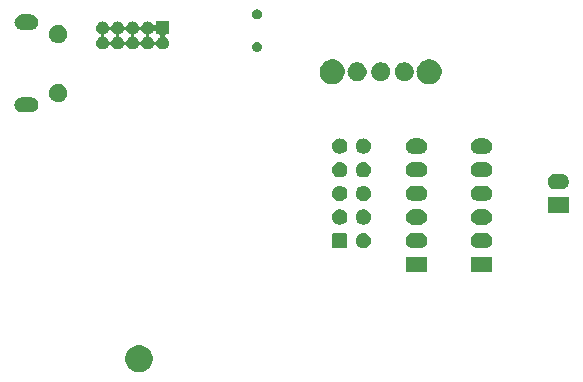
<source format=gbr>
G04 #@! TF.GenerationSoftware,KiCad,Pcbnew,5.1.6-c6e7f7d~86~ubuntu18.04.1*
G04 #@! TF.CreationDate,2020-06-02T09:04:51-04:00*
G04 #@! TF.ProjectId,E73 SCR v2,45373320-5343-4522-9076-322e6b696361,rev?*
G04 #@! TF.SameCoordinates,Original*
G04 #@! TF.FileFunction,Soldermask,Bot*
G04 #@! TF.FilePolarity,Negative*
%FSLAX46Y46*%
G04 Gerber Fmt 4.6, Leading zero omitted, Abs format (unit mm)*
G04 Created by KiCad (PCBNEW 5.1.6-c6e7f7d~86~ubuntu18.04.1) date 2020-06-02 09:04:51*
%MOMM*%
%LPD*%
G01*
G04 APERTURE LIST*
%ADD10C,0.100000*%
G04 APERTURE END LIST*
D10*
G36*
X61224549Y-119371116D02*
G01*
X61335734Y-119393232D01*
X61545203Y-119479997D01*
X61733720Y-119605960D01*
X61894040Y-119766280D01*
X62020003Y-119954797D01*
X62106768Y-120164266D01*
X62151000Y-120386636D01*
X62151000Y-120613364D01*
X62106768Y-120835734D01*
X62020003Y-121045203D01*
X61894040Y-121233720D01*
X61733720Y-121394040D01*
X61545203Y-121520003D01*
X61335734Y-121606768D01*
X61224549Y-121628884D01*
X61113365Y-121651000D01*
X60886635Y-121651000D01*
X60775451Y-121628884D01*
X60664266Y-121606768D01*
X60454797Y-121520003D01*
X60266280Y-121394040D01*
X60105960Y-121233720D01*
X59979997Y-121045203D01*
X59893232Y-120835734D01*
X59849000Y-120613364D01*
X59849000Y-120386636D01*
X59893232Y-120164266D01*
X59979997Y-119954797D01*
X60105960Y-119766280D01*
X60266280Y-119605960D01*
X60454797Y-119479997D01*
X60664266Y-119393232D01*
X60775451Y-119371116D01*
X60886635Y-119349000D01*
X61113365Y-119349000D01*
X61224549Y-119371116D01*
G37*
G36*
X90901000Y-113151000D02*
G01*
X89099000Y-113151000D01*
X89099000Y-111849000D01*
X90901000Y-111849000D01*
X90901000Y-113151000D01*
G37*
G36*
X85401000Y-113151000D02*
G01*
X83599000Y-113151000D01*
X83599000Y-111849000D01*
X85401000Y-111849000D01*
X85401000Y-113151000D01*
G37*
G36*
X84813855Y-109852140D02*
G01*
X84877618Y-109858420D01*
X84958400Y-109882925D01*
X85000336Y-109895646D01*
X85113425Y-109956094D01*
X85212554Y-110037446D01*
X85293906Y-110136575D01*
X85354354Y-110249664D01*
X85354355Y-110249668D01*
X85391580Y-110372382D01*
X85404149Y-110500000D01*
X85391580Y-110627618D01*
X85372690Y-110689890D01*
X85354354Y-110750336D01*
X85293906Y-110863425D01*
X85212554Y-110962554D01*
X85113425Y-111043906D01*
X85000336Y-111104354D01*
X84968404Y-111114040D01*
X84877618Y-111141580D01*
X84813855Y-111147860D01*
X84781974Y-111151000D01*
X84218026Y-111151000D01*
X84186145Y-111147860D01*
X84122382Y-111141580D01*
X84031596Y-111114040D01*
X83999664Y-111104354D01*
X83886575Y-111043906D01*
X83787446Y-110962554D01*
X83706094Y-110863425D01*
X83645646Y-110750336D01*
X83627310Y-110689890D01*
X83608420Y-110627618D01*
X83595851Y-110500000D01*
X83608420Y-110372382D01*
X83645645Y-110249668D01*
X83645646Y-110249664D01*
X83706094Y-110136575D01*
X83787446Y-110037446D01*
X83886575Y-109956094D01*
X83999664Y-109895646D01*
X84041600Y-109882925D01*
X84122382Y-109858420D01*
X84186145Y-109852140D01*
X84218026Y-109849000D01*
X84781974Y-109849000D01*
X84813855Y-109852140D01*
G37*
G36*
X78491242Y-109853404D02*
G01*
X78528337Y-109864657D01*
X78562515Y-109882925D01*
X78592481Y-109907519D01*
X78617075Y-109937485D01*
X78635343Y-109971663D01*
X78646596Y-110008758D01*
X78651000Y-110053474D01*
X78651000Y-110946526D01*
X78646596Y-110991242D01*
X78635343Y-111028337D01*
X78617075Y-111062515D01*
X78592481Y-111092481D01*
X78562515Y-111117075D01*
X78528337Y-111135343D01*
X78491242Y-111146596D01*
X78446526Y-111151000D01*
X77553474Y-111151000D01*
X77508758Y-111146596D01*
X77471663Y-111135343D01*
X77437485Y-111117075D01*
X77407519Y-111092481D01*
X77382925Y-111062515D01*
X77364657Y-111028337D01*
X77353404Y-110991242D01*
X77349000Y-110946526D01*
X77349000Y-110053474D01*
X77353404Y-110008758D01*
X77364657Y-109971663D01*
X77382925Y-109937485D01*
X77407519Y-109907519D01*
X77437485Y-109882925D01*
X77471663Y-109864657D01*
X77508758Y-109853404D01*
X77553474Y-109849000D01*
X78446526Y-109849000D01*
X78491242Y-109853404D01*
G37*
G36*
X80189890Y-109874017D02*
G01*
X80270771Y-109907519D01*
X80308364Y-109923091D01*
X80414988Y-109994335D01*
X80505665Y-110085012D01*
X80576909Y-110191636D01*
X80625983Y-110310110D01*
X80651000Y-110435882D01*
X80651000Y-110564118D01*
X80625983Y-110689890D01*
X80576909Y-110808364D01*
X80505665Y-110914988D01*
X80414988Y-111005665D01*
X80308364Y-111076909D01*
X80308363Y-111076910D01*
X80308362Y-111076910D01*
X80189890Y-111125983D01*
X80064119Y-111151000D01*
X79935881Y-111151000D01*
X79810110Y-111125983D01*
X79691638Y-111076910D01*
X79691637Y-111076910D01*
X79691636Y-111076909D01*
X79585012Y-111005665D01*
X79494335Y-110914988D01*
X79423091Y-110808364D01*
X79374017Y-110689890D01*
X79349000Y-110564118D01*
X79349000Y-110435882D01*
X79374017Y-110310110D01*
X79423091Y-110191636D01*
X79494335Y-110085012D01*
X79585012Y-109994335D01*
X79691636Y-109923091D01*
X79729230Y-109907519D01*
X79810110Y-109874017D01*
X79935881Y-109849000D01*
X80064119Y-109849000D01*
X80189890Y-109874017D01*
G37*
G36*
X90313855Y-109852140D02*
G01*
X90377618Y-109858420D01*
X90458400Y-109882925D01*
X90500336Y-109895646D01*
X90613425Y-109956094D01*
X90712554Y-110037446D01*
X90793906Y-110136575D01*
X90854354Y-110249664D01*
X90854355Y-110249668D01*
X90891580Y-110372382D01*
X90904149Y-110500000D01*
X90891580Y-110627618D01*
X90872690Y-110689890D01*
X90854354Y-110750336D01*
X90793906Y-110863425D01*
X90712554Y-110962554D01*
X90613425Y-111043906D01*
X90500336Y-111104354D01*
X90468404Y-111114040D01*
X90377618Y-111141580D01*
X90313855Y-111147860D01*
X90281974Y-111151000D01*
X89718026Y-111151000D01*
X89686145Y-111147860D01*
X89622382Y-111141580D01*
X89531596Y-111114040D01*
X89499664Y-111104354D01*
X89386575Y-111043906D01*
X89287446Y-110962554D01*
X89206094Y-110863425D01*
X89145646Y-110750336D01*
X89127310Y-110689890D01*
X89108420Y-110627618D01*
X89095851Y-110500000D01*
X89108420Y-110372382D01*
X89145645Y-110249668D01*
X89145646Y-110249664D01*
X89206094Y-110136575D01*
X89287446Y-110037446D01*
X89386575Y-109956094D01*
X89499664Y-109895646D01*
X89541600Y-109882925D01*
X89622382Y-109858420D01*
X89686145Y-109852140D01*
X89718026Y-109849000D01*
X90281974Y-109849000D01*
X90313855Y-109852140D01*
G37*
G36*
X90313855Y-107852140D02*
G01*
X90377618Y-107858420D01*
X90468404Y-107885960D01*
X90500336Y-107895646D01*
X90613425Y-107956094D01*
X90712554Y-108037446D01*
X90793906Y-108136575D01*
X90854354Y-108249664D01*
X90854355Y-108249668D01*
X90891580Y-108372382D01*
X90904149Y-108500000D01*
X90891580Y-108627618D01*
X90872690Y-108689890D01*
X90854354Y-108750336D01*
X90793906Y-108863425D01*
X90712554Y-108962554D01*
X90613425Y-109043906D01*
X90500336Y-109104354D01*
X90468404Y-109114040D01*
X90377618Y-109141580D01*
X90313855Y-109147860D01*
X90281974Y-109151000D01*
X89718026Y-109151000D01*
X89686145Y-109147860D01*
X89622382Y-109141580D01*
X89531596Y-109114040D01*
X89499664Y-109104354D01*
X89386575Y-109043906D01*
X89287446Y-108962554D01*
X89206094Y-108863425D01*
X89145646Y-108750336D01*
X89127310Y-108689890D01*
X89108420Y-108627618D01*
X89095851Y-108500000D01*
X89108420Y-108372382D01*
X89145645Y-108249668D01*
X89145646Y-108249664D01*
X89206094Y-108136575D01*
X89287446Y-108037446D01*
X89386575Y-107956094D01*
X89499664Y-107895646D01*
X89531596Y-107885960D01*
X89622382Y-107858420D01*
X89686145Y-107852140D01*
X89718026Y-107849000D01*
X90281974Y-107849000D01*
X90313855Y-107852140D01*
G37*
G36*
X84813855Y-107852140D02*
G01*
X84877618Y-107858420D01*
X84968404Y-107885960D01*
X85000336Y-107895646D01*
X85113425Y-107956094D01*
X85212554Y-108037446D01*
X85293906Y-108136575D01*
X85354354Y-108249664D01*
X85354355Y-108249668D01*
X85391580Y-108372382D01*
X85404149Y-108500000D01*
X85391580Y-108627618D01*
X85372690Y-108689890D01*
X85354354Y-108750336D01*
X85293906Y-108863425D01*
X85212554Y-108962554D01*
X85113425Y-109043906D01*
X85000336Y-109104354D01*
X84968404Y-109114040D01*
X84877618Y-109141580D01*
X84813855Y-109147860D01*
X84781974Y-109151000D01*
X84218026Y-109151000D01*
X84186145Y-109147860D01*
X84122382Y-109141580D01*
X84031596Y-109114040D01*
X83999664Y-109104354D01*
X83886575Y-109043906D01*
X83787446Y-108962554D01*
X83706094Y-108863425D01*
X83645646Y-108750336D01*
X83627310Y-108689890D01*
X83608420Y-108627618D01*
X83595851Y-108500000D01*
X83608420Y-108372382D01*
X83645645Y-108249668D01*
X83645646Y-108249664D01*
X83706094Y-108136575D01*
X83787446Y-108037446D01*
X83886575Y-107956094D01*
X83999664Y-107895646D01*
X84031596Y-107885960D01*
X84122382Y-107858420D01*
X84186145Y-107852140D01*
X84218026Y-107849000D01*
X84781974Y-107849000D01*
X84813855Y-107852140D01*
G37*
G36*
X78111477Y-107858420D02*
G01*
X78189890Y-107874017D01*
X78308364Y-107923091D01*
X78414988Y-107994335D01*
X78505665Y-108085012D01*
X78576909Y-108191636D01*
X78625983Y-108310110D01*
X78651000Y-108435882D01*
X78651000Y-108564118D01*
X78625983Y-108689890D01*
X78576909Y-108808364D01*
X78505665Y-108914988D01*
X78414988Y-109005665D01*
X78308364Y-109076909D01*
X78308363Y-109076910D01*
X78308362Y-109076910D01*
X78189890Y-109125983D01*
X78064119Y-109151000D01*
X77935881Y-109151000D01*
X77810110Y-109125983D01*
X77691638Y-109076910D01*
X77691637Y-109076910D01*
X77691636Y-109076909D01*
X77585012Y-109005665D01*
X77494335Y-108914988D01*
X77423091Y-108808364D01*
X77374017Y-108689890D01*
X77349000Y-108564118D01*
X77349000Y-108435882D01*
X77374017Y-108310110D01*
X77423091Y-108191636D01*
X77494335Y-108085012D01*
X77585012Y-107994335D01*
X77691636Y-107923091D01*
X77810110Y-107874017D01*
X77888523Y-107858420D01*
X77935881Y-107849000D01*
X78064119Y-107849000D01*
X78111477Y-107858420D01*
G37*
G36*
X80111477Y-107858420D02*
G01*
X80189890Y-107874017D01*
X80308364Y-107923091D01*
X80414988Y-107994335D01*
X80505665Y-108085012D01*
X80576909Y-108191636D01*
X80625983Y-108310110D01*
X80651000Y-108435882D01*
X80651000Y-108564118D01*
X80625983Y-108689890D01*
X80576909Y-108808364D01*
X80505665Y-108914988D01*
X80414988Y-109005665D01*
X80308364Y-109076909D01*
X80308363Y-109076910D01*
X80308362Y-109076910D01*
X80189890Y-109125983D01*
X80064119Y-109151000D01*
X79935881Y-109151000D01*
X79810110Y-109125983D01*
X79691638Y-109076910D01*
X79691637Y-109076910D01*
X79691636Y-109076909D01*
X79585012Y-109005665D01*
X79494335Y-108914988D01*
X79423091Y-108808364D01*
X79374017Y-108689890D01*
X79349000Y-108564118D01*
X79349000Y-108435882D01*
X79374017Y-108310110D01*
X79423091Y-108191636D01*
X79494335Y-108085012D01*
X79585012Y-107994335D01*
X79691636Y-107923091D01*
X79810110Y-107874017D01*
X79888523Y-107858420D01*
X79935881Y-107849000D01*
X80064119Y-107849000D01*
X80111477Y-107858420D01*
G37*
G36*
X97401000Y-108151000D02*
G01*
X95599000Y-108151000D01*
X95599000Y-106849000D01*
X97401000Y-106849000D01*
X97401000Y-108151000D01*
G37*
G36*
X90313855Y-105852140D02*
G01*
X90377618Y-105858420D01*
X90468404Y-105885960D01*
X90500336Y-105895646D01*
X90613425Y-105956094D01*
X90712554Y-106037446D01*
X90793906Y-106136575D01*
X90854354Y-106249664D01*
X90854355Y-106249668D01*
X90891580Y-106372382D01*
X90904149Y-106500000D01*
X90891580Y-106627618D01*
X90872690Y-106689890D01*
X90854354Y-106750336D01*
X90793906Y-106863425D01*
X90712554Y-106962554D01*
X90613425Y-107043906D01*
X90500336Y-107104354D01*
X90468404Y-107114040D01*
X90377618Y-107141580D01*
X90313855Y-107147860D01*
X90281974Y-107151000D01*
X89718026Y-107151000D01*
X89686145Y-107147860D01*
X89622382Y-107141580D01*
X89531596Y-107114040D01*
X89499664Y-107104354D01*
X89386575Y-107043906D01*
X89287446Y-106962554D01*
X89206094Y-106863425D01*
X89145646Y-106750336D01*
X89127310Y-106689890D01*
X89108420Y-106627618D01*
X89095851Y-106500000D01*
X89108420Y-106372382D01*
X89145645Y-106249668D01*
X89145646Y-106249664D01*
X89206094Y-106136575D01*
X89287446Y-106037446D01*
X89386575Y-105956094D01*
X89499664Y-105895646D01*
X89531596Y-105885960D01*
X89622382Y-105858420D01*
X89686145Y-105852140D01*
X89718026Y-105849000D01*
X90281974Y-105849000D01*
X90313855Y-105852140D01*
G37*
G36*
X84813855Y-105852140D02*
G01*
X84877618Y-105858420D01*
X84968404Y-105885960D01*
X85000336Y-105895646D01*
X85113425Y-105956094D01*
X85212554Y-106037446D01*
X85293906Y-106136575D01*
X85354354Y-106249664D01*
X85354355Y-106249668D01*
X85391580Y-106372382D01*
X85404149Y-106500000D01*
X85391580Y-106627618D01*
X85372690Y-106689890D01*
X85354354Y-106750336D01*
X85293906Y-106863425D01*
X85212554Y-106962554D01*
X85113425Y-107043906D01*
X85000336Y-107104354D01*
X84968404Y-107114040D01*
X84877618Y-107141580D01*
X84813855Y-107147860D01*
X84781974Y-107151000D01*
X84218026Y-107151000D01*
X84186145Y-107147860D01*
X84122382Y-107141580D01*
X84031596Y-107114040D01*
X83999664Y-107104354D01*
X83886575Y-107043906D01*
X83787446Y-106962554D01*
X83706094Y-106863425D01*
X83645646Y-106750336D01*
X83627310Y-106689890D01*
X83608420Y-106627618D01*
X83595851Y-106500000D01*
X83608420Y-106372382D01*
X83645645Y-106249668D01*
X83645646Y-106249664D01*
X83706094Y-106136575D01*
X83787446Y-106037446D01*
X83886575Y-105956094D01*
X83999664Y-105895646D01*
X84031596Y-105885960D01*
X84122382Y-105858420D01*
X84186145Y-105852140D01*
X84218026Y-105849000D01*
X84781974Y-105849000D01*
X84813855Y-105852140D01*
G37*
G36*
X78189890Y-105874017D02*
G01*
X78308364Y-105923091D01*
X78414988Y-105994335D01*
X78505665Y-106085012D01*
X78576909Y-106191636D01*
X78625983Y-106310110D01*
X78651000Y-106435882D01*
X78651000Y-106564118D01*
X78625983Y-106689890D01*
X78576909Y-106808364D01*
X78505665Y-106914988D01*
X78414988Y-107005665D01*
X78308364Y-107076909D01*
X78308363Y-107076910D01*
X78308362Y-107076910D01*
X78189890Y-107125983D01*
X78064119Y-107151000D01*
X77935881Y-107151000D01*
X77810110Y-107125983D01*
X77691638Y-107076910D01*
X77691637Y-107076910D01*
X77691636Y-107076909D01*
X77585012Y-107005665D01*
X77494335Y-106914988D01*
X77423091Y-106808364D01*
X77374017Y-106689890D01*
X77349000Y-106564118D01*
X77349000Y-106435882D01*
X77374017Y-106310110D01*
X77423091Y-106191636D01*
X77494335Y-106085012D01*
X77585012Y-105994335D01*
X77691636Y-105923091D01*
X77810110Y-105874017D01*
X77935881Y-105849000D01*
X78064119Y-105849000D01*
X78189890Y-105874017D01*
G37*
G36*
X80189890Y-105874017D02*
G01*
X80308364Y-105923091D01*
X80414988Y-105994335D01*
X80505665Y-106085012D01*
X80576909Y-106191636D01*
X80625983Y-106310110D01*
X80651000Y-106435882D01*
X80651000Y-106564118D01*
X80625983Y-106689890D01*
X80576909Y-106808364D01*
X80505665Y-106914988D01*
X80414988Y-107005665D01*
X80308364Y-107076909D01*
X80308363Y-107076910D01*
X80308362Y-107076910D01*
X80189890Y-107125983D01*
X80064119Y-107151000D01*
X79935881Y-107151000D01*
X79810110Y-107125983D01*
X79691638Y-107076910D01*
X79691637Y-107076910D01*
X79691636Y-107076909D01*
X79585012Y-107005665D01*
X79494335Y-106914988D01*
X79423091Y-106808364D01*
X79374017Y-106689890D01*
X79349000Y-106564118D01*
X79349000Y-106435882D01*
X79374017Y-106310110D01*
X79423091Y-106191636D01*
X79494335Y-106085012D01*
X79585012Y-105994335D01*
X79691636Y-105923091D01*
X79810110Y-105874017D01*
X79935881Y-105849000D01*
X80064119Y-105849000D01*
X80189890Y-105874017D01*
G37*
G36*
X96813855Y-104852140D02*
G01*
X96877618Y-104858420D01*
X96968404Y-104885960D01*
X97000336Y-104895646D01*
X97113425Y-104956094D01*
X97212554Y-105037446D01*
X97293906Y-105136575D01*
X97354354Y-105249664D01*
X97354355Y-105249668D01*
X97391580Y-105372382D01*
X97404149Y-105500000D01*
X97391580Y-105627618D01*
X97364040Y-105718404D01*
X97354354Y-105750336D01*
X97293906Y-105863425D01*
X97212554Y-105962554D01*
X97113425Y-106043906D01*
X97000336Y-106104354D01*
X96968404Y-106114040D01*
X96877618Y-106141580D01*
X96813855Y-106147860D01*
X96781974Y-106151000D01*
X96218026Y-106151000D01*
X96186145Y-106147860D01*
X96122382Y-106141580D01*
X96031596Y-106114040D01*
X95999664Y-106104354D01*
X95886575Y-106043906D01*
X95787446Y-105962554D01*
X95706094Y-105863425D01*
X95645646Y-105750336D01*
X95635960Y-105718404D01*
X95608420Y-105627618D01*
X95595851Y-105500000D01*
X95608420Y-105372382D01*
X95645645Y-105249668D01*
X95645646Y-105249664D01*
X95706094Y-105136575D01*
X95787446Y-105037446D01*
X95886575Y-104956094D01*
X95999664Y-104895646D01*
X96031596Y-104885960D01*
X96122382Y-104858420D01*
X96186145Y-104852140D01*
X96218026Y-104849000D01*
X96781974Y-104849000D01*
X96813855Y-104852140D01*
G37*
G36*
X80111477Y-103858420D02*
G01*
X80189890Y-103874017D01*
X80308364Y-103923091D01*
X80414988Y-103994335D01*
X80505665Y-104085012D01*
X80576909Y-104191636D01*
X80625983Y-104310110D01*
X80651000Y-104435882D01*
X80651000Y-104564118D01*
X80625983Y-104689890D01*
X80576909Y-104808364D01*
X80505665Y-104914988D01*
X80414988Y-105005665D01*
X80308364Y-105076909D01*
X80308363Y-105076910D01*
X80308362Y-105076910D01*
X80189890Y-105125983D01*
X80064119Y-105151000D01*
X79935881Y-105151000D01*
X79810110Y-105125983D01*
X79691638Y-105076910D01*
X79691637Y-105076910D01*
X79691636Y-105076909D01*
X79585012Y-105005665D01*
X79494335Y-104914988D01*
X79423091Y-104808364D01*
X79374017Y-104689890D01*
X79349000Y-104564118D01*
X79349000Y-104435882D01*
X79374017Y-104310110D01*
X79423091Y-104191636D01*
X79494335Y-104085012D01*
X79585012Y-103994335D01*
X79691636Y-103923091D01*
X79810110Y-103874017D01*
X79888523Y-103858420D01*
X79935881Y-103849000D01*
X80064119Y-103849000D01*
X80111477Y-103858420D01*
G37*
G36*
X90313855Y-103852140D02*
G01*
X90377618Y-103858420D01*
X90468404Y-103885960D01*
X90500336Y-103895646D01*
X90613425Y-103956094D01*
X90712554Y-104037446D01*
X90793906Y-104136575D01*
X90854354Y-104249664D01*
X90854355Y-104249668D01*
X90891580Y-104372382D01*
X90904149Y-104500000D01*
X90891580Y-104627618D01*
X90872690Y-104689890D01*
X90854354Y-104750336D01*
X90793906Y-104863425D01*
X90712554Y-104962554D01*
X90613425Y-105043906D01*
X90500336Y-105104354D01*
X90468404Y-105114040D01*
X90377618Y-105141580D01*
X90313855Y-105147860D01*
X90281974Y-105151000D01*
X89718026Y-105151000D01*
X89686145Y-105147860D01*
X89622382Y-105141580D01*
X89531596Y-105114040D01*
X89499664Y-105104354D01*
X89386575Y-105043906D01*
X89287446Y-104962554D01*
X89206094Y-104863425D01*
X89145646Y-104750336D01*
X89127310Y-104689890D01*
X89108420Y-104627618D01*
X89095851Y-104500000D01*
X89108420Y-104372382D01*
X89145645Y-104249668D01*
X89145646Y-104249664D01*
X89206094Y-104136575D01*
X89287446Y-104037446D01*
X89386575Y-103956094D01*
X89499664Y-103895646D01*
X89531596Y-103885960D01*
X89622382Y-103858420D01*
X89686145Y-103852140D01*
X89718026Y-103849000D01*
X90281974Y-103849000D01*
X90313855Y-103852140D01*
G37*
G36*
X84813855Y-103852140D02*
G01*
X84877618Y-103858420D01*
X84968404Y-103885960D01*
X85000336Y-103895646D01*
X85113425Y-103956094D01*
X85212554Y-104037446D01*
X85293906Y-104136575D01*
X85354354Y-104249664D01*
X85354355Y-104249668D01*
X85391580Y-104372382D01*
X85404149Y-104500000D01*
X85391580Y-104627618D01*
X85372690Y-104689890D01*
X85354354Y-104750336D01*
X85293906Y-104863425D01*
X85212554Y-104962554D01*
X85113425Y-105043906D01*
X85000336Y-105104354D01*
X84968404Y-105114040D01*
X84877618Y-105141580D01*
X84813855Y-105147860D01*
X84781974Y-105151000D01*
X84218026Y-105151000D01*
X84186145Y-105147860D01*
X84122382Y-105141580D01*
X84031596Y-105114040D01*
X83999664Y-105104354D01*
X83886575Y-105043906D01*
X83787446Y-104962554D01*
X83706094Y-104863425D01*
X83645646Y-104750336D01*
X83627310Y-104689890D01*
X83608420Y-104627618D01*
X83595851Y-104500000D01*
X83608420Y-104372382D01*
X83645645Y-104249668D01*
X83645646Y-104249664D01*
X83706094Y-104136575D01*
X83787446Y-104037446D01*
X83886575Y-103956094D01*
X83999664Y-103895646D01*
X84031596Y-103885960D01*
X84122382Y-103858420D01*
X84186145Y-103852140D01*
X84218026Y-103849000D01*
X84781974Y-103849000D01*
X84813855Y-103852140D01*
G37*
G36*
X78111477Y-103858420D02*
G01*
X78189890Y-103874017D01*
X78308364Y-103923091D01*
X78414988Y-103994335D01*
X78505665Y-104085012D01*
X78576909Y-104191636D01*
X78625983Y-104310110D01*
X78651000Y-104435882D01*
X78651000Y-104564118D01*
X78625983Y-104689890D01*
X78576909Y-104808364D01*
X78505665Y-104914988D01*
X78414988Y-105005665D01*
X78308364Y-105076909D01*
X78308363Y-105076910D01*
X78308362Y-105076910D01*
X78189890Y-105125983D01*
X78064119Y-105151000D01*
X77935881Y-105151000D01*
X77810110Y-105125983D01*
X77691638Y-105076910D01*
X77691637Y-105076910D01*
X77691636Y-105076909D01*
X77585012Y-105005665D01*
X77494335Y-104914988D01*
X77423091Y-104808364D01*
X77374017Y-104689890D01*
X77349000Y-104564118D01*
X77349000Y-104435882D01*
X77374017Y-104310110D01*
X77423091Y-104191636D01*
X77494335Y-104085012D01*
X77585012Y-103994335D01*
X77691636Y-103923091D01*
X77810110Y-103874017D01*
X77888523Y-103858420D01*
X77935881Y-103849000D01*
X78064119Y-103849000D01*
X78111477Y-103858420D01*
G37*
G36*
X90313855Y-101852140D02*
G01*
X90377618Y-101858420D01*
X90468404Y-101885960D01*
X90500336Y-101895646D01*
X90613425Y-101956094D01*
X90712554Y-102037446D01*
X90793906Y-102136575D01*
X90854354Y-102249664D01*
X90854355Y-102249668D01*
X90891580Y-102372382D01*
X90904149Y-102500000D01*
X90891580Y-102627618D01*
X90872690Y-102689890D01*
X90854354Y-102750336D01*
X90793906Y-102863425D01*
X90712554Y-102962554D01*
X90613425Y-103043906D01*
X90500336Y-103104354D01*
X90468404Y-103114040D01*
X90377618Y-103141580D01*
X90313855Y-103147860D01*
X90281974Y-103151000D01*
X89718026Y-103151000D01*
X89686145Y-103147860D01*
X89622382Y-103141580D01*
X89531596Y-103114040D01*
X89499664Y-103104354D01*
X89386575Y-103043906D01*
X89287446Y-102962554D01*
X89206094Y-102863425D01*
X89145646Y-102750336D01*
X89127310Y-102689890D01*
X89108420Y-102627618D01*
X89095851Y-102500000D01*
X89108420Y-102372382D01*
X89145645Y-102249668D01*
X89145646Y-102249664D01*
X89206094Y-102136575D01*
X89287446Y-102037446D01*
X89386575Y-101956094D01*
X89499664Y-101895646D01*
X89531596Y-101885960D01*
X89622382Y-101858420D01*
X89686145Y-101852140D01*
X89718026Y-101849000D01*
X90281974Y-101849000D01*
X90313855Y-101852140D01*
G37*
G36*
X78111477Y-101858420D02*
G01*
X78189890Y-101874017D01*
X78308364Y-101923091D01*
X78414988Y-101994335D01*
X78505665Y-102085012D01*
X78576909Y-102191636D01*
X78625983Y-102310110D01*
X78651000Y-102435882D01*
X78651000Y-102564118D01*
X78625983Y-102689890D01*
X78576909Y-102808364D01*
X78505665Y-102914988D01*
X78414988Y-103005665D01*
X78308364Y-103076909D01*
X78308363Y-103076910D01*
X78308362Y-103076910D01*
X78189890Y-103125983D01*
X78064119Y-103151000D01*
X77935881Y-103151000D01*
X77810110Y-103125983D01*
X77691638Y-103076910D01*
X77691637Y-103076910D01*
X77691636Y-103076909D01*
X77585012Y-103005665D01*
X77494335Y-102914988D01*
X77423091Y-102808364D01*
X77374017Y-102689890D01*
X77349000Y-102564118D01*
X77349000Y-102435882D01*
X77374017Y-102310110D01*
X77423091Y-102191636D01*
X77494335Y-102085012D01*
X77585012Y-101994335D01*
X77691636Y-101923091D01*
X77810110Y-101874017D01*
X77888523Y-101858420D01*
X77935881Y-101849000D01*
X78064119Y-101849000D01*
X78111477Y-101858420D01*
G37*
G36*
X80111477Y-101858420D02*
G01*
X80189890Y-101874017D01*
X80308364Y-101923091D01*
X80414988Y-101994335D01*
X80505665Y-102085012D01*
X80576909Y-102191636D01*
X80625983Y-102310110D01*
X80651000Y-102435882D01*
X80651000Y-102564118D01*
X80625983Y-102689890D01*
X80576909Y-102808364D01*
X80505665Y-102914988D01*
X80414988Y-103005665D01*
X80308364Y-103076909D01*
X80308363Y-103076910D01*
X80308362Y-103076910D01*
X80189890Y-103125983D01*
X80064119Y-103151000D01*
X79935881Y-103151000D01*
X79810110Y-103125983D01*
X79691638Y-103076910D01*
X79691637Y-103076910D01*
X79691636Y-103076909D01*
X79585012Y-103005665D01*
X79494335Y-102914988D01*
X79423091Y-102808364D01*
X79374017Y-102689890D01*
X79349000Y-102564118D01*
X79349000Y-102435882D01*
X79374017Y-102310110D01*
X79423091Y-102191636D01*
X79494335Y-102085012D01*
X79585012Y-101994335D01*
X79691636Y-101923091D01*
X79810110Y-101874017D01*
X79888523Y-101858420D01*
X79935881Y-101849000D01*
X80064119Y-101849000D01*
X80111477Y-101858420D01*
G37*
G36*
X84813855Y-101852140D02*
G01*
X84877618Y-101858420D01*
X84968404Y-101885960D01*
X85000336Y-101895646D01*
X85113425Y-101956094D01*
X85212554Y-102037446D01*
X85293906Y-102136575D01*
X85354354Y-102249664D01*
X85354355Y-102249668D01*
X85391580Y-102372382D01*
X85404149Y-102500000D01*
X85391580Y-102627618D01*
X85372690Y-102689890D01*
X85354354Y-102750336D01*
X85293906Y-102863425D01*
X85212554Y-102962554D01*
X85113425Y-103043906D01*
X85000336Y-103104354D01*
X84968404Y-103114040D01*
X84877618Y-103141580D01*
X84813855Y-103147860D01*
X84781974Y-103151000D01*
X84218026Y-103151000D01*
X84186145Y-103147860D01*
X84122382Y-103141580D01*
X84031596Y-103114040D01*
X83999664Y-103104354D01*
X83886575Y-103043906D01*
X83787446Y-102962554D01*
X83706094Y-102863425D01*
X83645646Y-102750336D01*
X83627310Y-102689890D01*
X83608420Y-102627618D01*
X83595851Y-102500000D01*
X83608420Y-102372382D01*
X83645645Y-102249668D01*
X83645646Y-102249664D01*
X83706094Y-102136575D01*
X83787446Y-102037446D01*
X83886575Y-101956094D01*
X83999664Y-101895646D01*
X84031596Y-101885960D01*
X84122382Y-101858420D01*
X84186145Y-101852140D01*
X84218026Y-101849000D01*
X84781974Y-101849000D01*
X84813855Y-101852140D01*
G37*
G36*
X51879855Y-98352140D02*
G01*
X51943618Y-98358420D01*
X52034404Y-98385960D01*
X52066336Y-98395646D01*
X52179425Y-98456094D01*
X52278554Y-98537446D01*
X52359906Y-98636575D01*
X52420354Y-98749664D01*
X52420355Y-98749668D01*
X52457580Y-98872382D01*
X52470149Y-99000000D01*
X52457580Y-99127618D01*
X52430040Y-99218404D01*
X52420354Y-99250336D01*
X52359906Y-99363425D01*
X52278554Y-99462554D01*
X52179425Y-99543906D01*
X52066336Y-99604354D01*
X52034404Y-99614040D01*
X51943618Y-99641580D01*
X51879855Y-99647860D01*
X51847974Y-99651000D01*
X51084026Y-99651000D01*
X51052145Y-99647860D01*
X50988382Y-99641580D01*
X50897596Y-99614040D01*
X50865664Y-99604354D01*
X50752575Y-99543906D01*
X50653446Y-99462554D01*
X50572094Y-99363425D01*
X50511646Y-99250336D01*
X50501960Y-99218404D01*
X50474420Y-99127618D01*
X50461851Y-99000000D01*
X50474420Y-98872382D01*
X50511645Y-98749668D01*
X50511646Y-98749664D01*
X50572094Y-98636575D01*
X50653446Y-98537446D01*
X50752575Y-98456094D01*
X50865664Y-98395646D01*
X50897596Y-98385960D01*
X50988382Y-98358420D01*
X51052145Y-98352140D01*
X51084026Y-98349000D01*
X51847974Y-98349000D01*
X51879855Y-98352140D01*
G37*
G36*
X54392348Y-97253820D02*
G01*
X54392350Y-97253821D01*
X54392351Y-97253821D01*
X54533574Y-97312317D01*
X54533577Y-97312319D01*
X54660669Y-97397239D01*
X54768761Y-97505331D01*
X54853681Y-97632423D01*
X54853683Y-97632426D01*
X54912179Y-97773649D01*
X54942000Y-97923571D01*
X54942000Y-98076429D01*
X54912179Y-98226351D01*
X54853683Y-98367574D01*
X54853681Y-98367577D01*
X54768761Y-98494669D01*
X54660669Y-98602761D01*
X54533577Y-98687681D01*
X54533574Y-98687683D01*
X54392351Y-98746179D01*
X54392350Y-98746179D01*
X54392348Y-98746180D01*
X54242431Y-98776000D01*
X54089569Y-98776000D01*
X53939652Y-98746180D01*
X53939650Y-98746179D01*
X53939649Y-98746179D01*
X53798426Y-98687683D01*
X53798423Y-98687681D01*
X53671331Y-98602761D01*
X53563239Y-98494669D01*
X53478319Y-98367577D01*
X53478317Y-98367574D01*
X53419821Y-98226351D01*
X53390000Y-98076429D01*
X53390000Y-97923571D01*
X53419821Y-97773649D01*
X53478317Y-97632426D01*
X53478319Y-97632423D01*
X53563239Y-97505331D01*
X53671331Y-97397239D01*
X53798423Y-97312319D01*
X53798426Y-97312317D01*
X53939649Y-97253821D01*
X53939650Y-97253821D01*
X53939652Y-97253820D01*
X54089569Y-97224000D01*
X54242431Y-97224000D01*
X54392348Y-97253820D01*
G37*
G36*
X77677064Y-95191889D02*
G01*
X77868333Y-95271115D01*
X77868335Y-95271116D01*
X78040473Y-95386135D01*
X78186865Y-95532527D01*
X78301885Y-95704667D01*
X78381111Y-95895936D01*
X78421500Y-96098984D01*
X78421500Y-96101252D01*
X78423902Y-96125638D01*
X78431015Y-96149087D01*
X78442566Y-96170698D01*
X78458111Y-96189640D01*
X78473782Y-96202500D01*
X78458112Y-96215360D01*
X78442566Y-96234302D01*
X78431015Y-96255913D01*
X78423902Y-96279362D01*
X78421500Y-96303748D01*
X78421500Y-96306016D01*
X78381111Y-96509064D01*
X78301885Y-96700333D01*
X78301884Y-96700335D01*
X78186865Y-96872473D01*
X78040473Y-97018865D01*
X77868335Y-97133884D01*
X77868334Y-97133885D01*
X77868333Y-97133885D01*
X77677064Y-97213111D01*
X77474016Y-97253500D01*
X77266984Y-97253500D01*
X77063936Y-97213111D01*
X76872667Y-97133885D01*
X76872666Y-97133885D01*
X76872665Y-97133884D01*
X76700527Y-97018865D01*
X76554135Y-96872473D01*
X76439116Y-96700335D01*
X76439115Y-96700333D01*
X76359889Y-96509064D01*
X76319500Y-96306016D01*
X76319500Y-96098984D01*
X76359889Y-95895936D01*
X76439115Y-95704667D01*
X76554135Y-95532527D01*
X76700527Y-95386135D01*
X76872665Y-95271116D01*
X76872667Y-95271115D01*
X77063936Y-95191889D01*
X77266984Y-95151500D01*
X77474016Y-95151500D01*
X77677064Y-95191889D01*
G37*
G36*
X85877064Y-95191889D02*
G01*
X86068333Y-95271115D01*
X86068335Y-95271116D01*
X86240473Y-95386135D01*
X86386865Y-95532527D01*
X86501885Y-95704667D01*
X86581111Y-95895936D01*
X86621500Y-96098984D01*
X86621500Y-96306016D01*
X86581111Y-96509064D01*
X86501885Y-96700333D01*
X86501884Y-96700335D01*
X86386865Y-96872473D01*
X86240473Y-97018865D01*
X86068335Y-97133884D01*
X86068334Y-97133885D01*
X86068333Y-97133885D01*
X85877064Y-97213111D01*
X85674016Y-97253500D01*
X85466984Y-97253500D01*
X85263936Y-97213111D01*
X85072667Y-97133885D01*
X85072666Y-97133885D01*
X85072665Y-97133884D01*
X84900527Y-97018865D01*
X84754135Y-96872473D01*
X84639116Y-96700335D01*
X84639115Y-96700333D01*
X84559889Y-96509064D01*
X84519500Y-96306016D01*
X84519500Y-96303748D01*
X84517098Y-96279362D01*
X84509985Y-96255913D01*
X84498434Y-96234302D01*
X84482889Y-96215360D01*
X84467218Y-96202500D01*
X84482888Y-96189640D01*
X84498434Y-96170698D01*
X84509985Y-96149087D01*
X84517098Y-96125638D01*
X84519500Y-96101252D01*
X84519500Y-96098984D01*
X84559889Y-95895936D01*
X84639115Y-95704667D01*
X84754135Y-95532527D01*
X84900527Y-95386135D01*
X85072665Y-95271116D01*
X85072667Y-95271115D01*
X85263936Y-95191889D01*
X85466984Y-95151500D01*
X85674016Y-95151500D01*
X85877064Y-95191889D01*
G37*
G36*
X83704142Y-95432281D02*
G01*
X83849914Y-95492662D01*
X83849916Y-95492663D01*
X83981108Y-95580322D01*
X84092678Y-95691892D01*
X84180337Y-95823084D01*
X84180338Y-95823086D01*
X84240719Y-95968858D01*
X84271904Y-96125638D01*
X84279017Y-96149087D01*
X84290568Y-96170697D01*
X84306113Y-96189639D01*
X84321783Y-96202500D01*
X84306113Y-96215360D01*
X84290568Y-96234302D01*
X84279017Y-96255913D01*
X84271904Y-96279362D01*
X84240719Y-96436142D01*
X84210513Y-96509065D01*
X84180337Y-96581916D01*
X84092678Y-96713108D01*
X83981108Y-96824678D01*
X83849916Y-96912337D01*
X83849915Y-96912338D01*
X83849914Y-96912338D01*
X83704142Y-96972719D01*
X83549393Y-97003500D01*
X83391607Y-97003500D01*
X83236858Y-96972719D01*
X83091086Y-96912338D01*
X83091085Y-96912338D01*
X83091084Y-96912337D01*
X82959892Y-96824678D01*
X82848322Y-96713108D01*
X82760663Y-96581916D01*
X82730487Y-96509065D01*
X82700281Y-96436142D01*
X82669500Y-96281393D01*
X82669500Y-96123607D01*
X82700281Y-95968858D01*
X82760662Y-95823086D01*
X82760663Y-95823084D01*
X82848322Y-95691892D01*
X82959892Y-95580322D01*
X83091084Y-95492663D01*
X83091086Y-95492662D01*
X83236858Y-95432281D01*
X83391607Y-95401500D01*
X83549393Y-95401500D01*
X83704142Y-95432281D01*
G37*
G36*
X81704142Y-95432281D02*
G01*
X81849914Y-95492662D01*
X81849916Y-95492663D01*
X81981108Y-95580322D01*
X82092678Y-95691892D01*
X82180337Y-95823084D01*
X82180338Y-95823086D01*
X82240719Y-95968858D01*
X82271500Y-96123607D01*
X82271500Y-96281393D01*
X82240719Y-96436142D01*
X82210513Y-96509065D01*
X82180337Y-96581916D01*
X82092678Y-96713108D01*
X81981108Y-96824678D01*
X81849916Y-96912337D01*
X81849915Y-96912338D01*
X81849914Y-96912338D01*
X81704142Y-96972719D01*
X81549393Y-97003500D01*
X81391607Y-97003500D01*
X81236858Y-96972719D01*
X81091086Y-96912338D01*
X81091085Y-96912338D01*
X81091084Y-96912337D01*
X80959892Y-96824678D01*
X80848322Y-96713108D01*
X80760663Y-96581916D01*
X80730487Y-96509065D01*
X80700281Y-96436142D01*
X80669500Y-96281393D01*
X80669500Y-96123607D01*
X80700281Y-95968858D01*
X80760662Y-95823086D01*
X80760663Y-95823084D01*
X80848322Y-95691892D01*
X80959892Y-95580322D01*
X81091084Y-95492663D01*
X81091086Y-95492662D01*
X81236858Y-95432281D01*
X81391607Y-95401500D01*
X81549393Y-95401500D01*
X81704142Y-95432281D01*
G37*
G36*
X79704142Y-95432281D02*
G01*
X79849914Y-95492662D01*
X79849916Y-95492663D01*
X79981108Y-95580322D01*
X80092678Y-95691892D01*
X80180337Y-95823084D01*
X80180338Y-95823086D01*
X80240719Y-95968858D01*
X80271500Y-96123607D01*
X80271500Y-96281393D01*
X80240719Y-96436142D01*
X80210513Y-96509065D01*
X80180337Y-96581916D01*
X80092678Y-96713108D01*
X79981108Y-96824678D01*
X79849916Y-96912337D01*
X79849915Y-96912338D01*
X79849914Y-96912338D01*
X79704142Y-96972719D01*
X79549393Y-97003500D01*
X79391607Y-97003500D01*
X79236858Y-96972719D01*
X79091086Y-96912338D01*
X79091085Y-96912338D01*
X79091084Y-96912337D01*
X78959892Y-96824678D01*
X78848322Y-96713108D01*
X78760663Y-96581916D01*
X78730487Y-96509065D01*
X78700281Y-96436142D01*
X78669096Y-96279362D01*
X78661983Y-96255913D01*
X78650432Y-96234303D01*
X78634887Y-96215361D01*
X78619217Y-96202500D01*
X78634887Y-96189640D01*
X78650432Y-96170698D01*
X78661983Y-96149087D01*
X78669096Y-96125638D01*
X78700281Y-95968858D01*
X78760662Y-95823086D01*
X78760663Y-95823084D01*
X78848322Y-95691892D01*
X78959892Y-95580322D01*
X79091084Y-95492663D01*
X79091086Y-95492662D01*
X79236858Y-95432281D01*
X79391607Y-95401500D01*
X79549393Y-95401500D01*
X79704142Y-95432281D01*
G37*
G36*
X71117260Y-93675371D02*
G01*
X71151071Y-93689376D01*
X71194784Y-93707482D01*
X71194787Y-93707484D01*
X71264559Y-93754104D01*
X71323896Y-93813441D01*
X71367331Y-93878447D01*
X71370518Y-93883216D01*
X71377268Y-93899513D01*
X71402629Y-93960740D01*
X71419000Y-94043043D01*
X71419000Y-94126957D01*
X71402629Y-94209260D01*
X71388624Y-94243071D01*
X71370518Y-94286784D01*
X71370516Y-94286787D01*
X71323896Y-94356559D01*
X71264559Y-94415896D01*
X71194787Y-94462516D01*
X71194784Y-94462518D01*
X71151071Y-94480624D01*
X71117260Y-94494629D01*
X71034957Y-94511000D01*
X70951043Y-94511000D01*
X70868740Y-94494629D01*
X70834929Y-94480624D01*
X70791216Y-94462518D01*
X70791213Y-94462516D01*
X70721441Y-94415896D01*
X70662104Y-94356559D01*
X70615484Y-94286787D01*
X70615482Y-94286784D01*
X70597376Y-94243071D01*
X70583371Y-94209260D01*
X70567000Y-94126957D01*
X70567000Y-94043043D01*
X70583371Y-93960740D01*
X70608732Y-93899513D01*
X70615482Y-93883216D01*
X70618669Y-93878447D01*
X70662104Y-93813441D01*
X70721441Y-93754104D01*
X70791213Y-93707484D01*
X70791216Y-93707482D01*
X70834929Y-93689376D01*
X70868740Y-93675371D01*
X70951043Y-93659000D01*
X71034957Y-93659000D01*
X71117260Y-93675371D01*
G37*
G36*
X58080721Y-91970174D02*
G01*
X58180995Y-92011709D01*
X58180996Y-92011710D01*
X58271242Y-92072010D01*
X58347990Y-92148758D01*
X58347991Y-92148760D01*
X58408291Y-92239005D01*
X58439516Y-92314389D01*
X58451067Y-92336000D01*
X58466612Y-92354941D01*
X58485554Y-92370487D01*
X58507165Y-92382038D01*
X58530614Y-92389151D01*
X58555000Y-92391553D01*
X58579386Y-92389151D01*
X58602835Y-92382038D01*
X58624446Y-92370487D01*
X58643387Y-92354942D01*
X58658933Y-92336000D01*
X58670484Y-92314389D01*
X58701709Y-92239005D01*
X58762009Y-92148760D01*
X58762010Y-92148758D01*
X58838758Y-92072010D01*
X58929004Y-92011710D01*
X58929005Y-92011709D01*
X59029279Y-91970174D01*
X59135730Y-91949000D01*
X59244270Y-91949000D01*
X59350721Y-91970174D01*
X59450995Y-92011709D01*
X59450996Y-92011710D01*
X59541242Y-92072010D01*
X59617990Y-92148758D01*
X59617991Y-92148760D01*
X59678291Y-92239005D01*
X59709516Y-92314389D01*
X59721067Y-92336000D01*
X59736612Y-92354941D01*
X59755554Y-92370487D01*
X59777165Y-92382038D01*
X59800614Y-92389151D01*
X59825000Y-92391553D01*
X59849386Y-92389151D01*
X59872835Y-92382038D01*
X59894446Y-92370487D01*
X59913387Y-92354942D01*
X59928933Y-92336000D01*
X59940484Y-92314389D01*
X59971709Y-92239005D01*
X60032009Y-92148760D01*
X60032010Y-92148758D01*
X60108758Y-92072010D01*
X60199004Y-92011710D01*
X60199005Y-92011709D01*
X60299279Y-91970174D01*
X60405730Y-91949000D01*
X60514270Y-91949000D01*
X60620721Y-91970174D01*
X60720995Y-92011709D01*
X60720996Y-92011710D01*
X60811242Y-92072010D01*
X60887990Y-92148758D01*
X60887991Y-92148760D01*
X60948291Y-92239005D01*
X60979516Y-92314389D01*
X60991067Y-92336000D01*
X61006612Y-92354941D01*
X61025554Y-92370487D01*
X61047165Y-92382038D01*
X61070614Y-92389151D01*
X61095000Y-92391553D01*
X61119386Y-92389151D01*
X61142835Y-92382038D01*
X61164446Y-92370487D01*
X61183387Y-92354942D01*
X61198933Y-92336000D01*
X61210484Y-92314389D01*
X61241709Y-92239005D01*
X61302009Y-92148760D01*
X61302010Y-92148758D01*
X61378758Y-92072010D01*
X61469004Y-92011710D01*
X61469005Y-92011709D01*
X61569279Y-91970174D01*
X61675730Y-91949000D01*
X61784270Y-91949000D01*
X61890721Y-91970174D01*
X61990995Y-92011709D01*
X61990996Y-92011710D01*
X62081242Y-92072010D01*
X62157990Y-92148758D01*
X62157991Y-92148760D01*
X62220068Y-92241664D01*
X62235614Y-92260606D01*
X62254556Y-92276151D01*
X62276167Y-92287702D01*
X62299615Y-92294815D01*
X62324002Y-92297217D01*
X62348388Y-92294815D01*
X62371837Y-92287702D01*
X62393447Y-92276151D01*
X62412389Y-92260605D01*
X62427934Y-92241663D01*
X62439485Y-92220052D01*
X62446598Y-92196604D01*
X62449000Y-92172218D01*
X62449000Y-91949000D01*
X63551000Y-91949000D01*
X63551000Y-93051000D01*
X63327782Y-93051000D01*
X63303396Y-93053402D01*
X63279947Y-93060515D01*
X63258336Y-93072066D01*
X63239394Y-93087611D01*
X63223849Y-93106553D01*
X63212298Y-93128164D01*
X63205185Y-93151613D01*
X63202783Y-93175999D01*
X63205185Y-93200385D01*
X63212298Y-93223834D01*
X63223849Y-93245445D01*
X63239394Y-93264387D01*
X63258336Y-93279932D01*
X63319816Y-93321012D01*
X63351242Y-93342010D01*
X63427990Y-93418758D01*
X63427991Y-93418760D01*
X63488291Y-93509005D01*
X63529826Y-93609279D01*
X63551000Y-93715730D01*
X63551000Y-93824270D01*
X63529826Y-93930721D01*
X63488291Y-94030995D01*
X63488290Y-94030996D01*
X63427990Y-94121242D01*
X63351242Y-94197990D01*
X63305812Y-94228345D01*
X63260995Y-94258291D01*
X63160721Y-94299826D01*
X63054270Y-94321000D01*
X62945730Y-94321000D01*
X62839279Y-94299826D01*
X62739005Y-94258291D01*
X62694188Y-94228345D01*
X62648758Y-94197990D01*
X62572010Y-94121242D01*
X62511710Y-94030996D01*
X62511709Y-94030995D01*
X62480484Y-93955611D01*
X62468933Y-93934000D01*
X62453388Y-93915059D01*
X62434446Y-93899513D01*
X62412835Y-93887962D01*
X62389386Y-93880849D01*
X62365000Y-93878447D01*
X62340614Y-93880849D01*
X62317165Y-93887962D01*
X62295554Y-93899513D01*
X62276613Y-93915058D01*
X62261067Y-93934000D01*
X62249516Y-93955611D01*
X62218291Y-94030995D01*
X62218290Y-94030996D01*
X62157990Y-94121242D01*
X62081242Y-94197990D01*
X62035812Y-94228345D01*
X61990995Y-94258291D01*
X61890721Y-94299826D01*
X61784270Y-94321000D01*
X61675730Y-94321000D01*
X61569279Y-94299826D01*
X61469005Y-94258291D01*
X61424188Y-94228345D01*
X61378758Y-94197990D01*
X61302010Y-94121242D01*
X61241710Y-94030996D01*
X61241709Y-94030995D01*
X61210484Y-93955611D01*
X61198933Y-93934000D01*
X61183388Y-93915059D01*
X61164446Y-93899513D01*
X61142835Y-93887962D01*
X61119386Y-93880849D01*
X61095000Y-93878447D01*
X61070614Y-93880849D01*
X61047165Y-93887962D01*
X61025554Y-93899513D01*
X61006613Y-93915058D01*
X60991067Y-93934000D01*
X60979516Y-93955611D01*
X60948291Y-94030995D01*
X60948290Y-94030996D01*
X60887990Y-94121242D01*
X60811242Y-94197990D01*
X60765812Y-94228345D01*
X60720995Y-94258291D01*
X60620721Y-94299826D01*
X60514270Y-94321000D01*
X60405730Y-94321000D01*
X60299279Y-94299826D01*
X60199005Y-94258291D01*
X60154188Y-94228345D01*
X60108758Y-94197990D01*
X60032010Y-94121242D01*
X59971710Y-94030996D01*
X59971709Y-94030995D01*
X59940484Y-93955611D01*
X59928933Y-93934000D01*
X59913388Y-93915059D01*
X59894446Y-93899513D01*
X59872835Y-93887962D01*
X59849386Y-93880849D01*
X59825000Y-93878447D01*
X59800614Y-93880849D01*
X59777165Y-93887962D01*
X59755554Y-93899513D01*
X59736613Y-93915058D01*
X59721067Y-93934000D01*
X59709516Y-93955611D01*
X59678291Y-94030995D01*
X59678290Y-94030996D01*
X59617990Y-94121242D01*
X59541242Y-94197990D01*
X59495812Y-94228345D01*
X59450995Y-94258291D01*
X59350721Y-94299826D01*
X59244270Y-94321000D01*
X59135730Y-94321000D01*
X59029279Y-94299826D01*
X58929005Y-94258291D01*
X58884188Y-94228345D01*
X58838758Y-94197990D01*
X58762010Y-94121242D01*
X58701710Y-94030996D01*
X58701709Y-94030995D01*
X58670484Y-93955611D01*
X58658933Y-93934000D01*
X58643388Y-93915059D01*
X58624446Y-93899513D01*
X58602835Y-93887962D01*
X58579386Y-93880849D01*
X58555000Y-93878447D01*
X58530614Y-93880849D01*
X58507165Y-93887962D01*
X58485554Y-93899513D01*
X58466613Y-93915058D01*
X58451067Y-93934000D01*
X58439516Y-93955611D01*
X58408291Y-94030995D01*
X58408290Y-94030996D01*
X58347990Y-94121242D01*
X58271242Y-94197990D01*
X58225812Y-94228345D01*
X58180995Y-94258291D01*
X58080721Y-94299826D01*
X57974270Y-94321000D01*
X57865730Y-94321000D01*
X57759279Y-94299826D01*
X57659005Y-94258291D01*
X57614188Y-94228345D01*
X57568758Y-94197990D01*
X57492010Y-94121242D01*
X57431710Y-94030996D01*
X57431709Y-94030995D01*
X57390174Y-93930721D01*
X57369000Y-93824270D01*
X57369000Y-93715730D01*
X57390174Y-93609279D01*
X57431709Y-93509005D01*
X57492009Y-93418760D01*
X57492010Y-93418758D01*
X57568758Y-93342010D01*
X57659004Y-93281710D01*
X57659005Y-93281709D01*
X57734389Y-93250484D01*
X57756000Y-93238933D01*
X57774941Y-93223388D01*
X57790487Y-93204446D01*
X57802038Y-93182835D01*
X57809151Y-93159386D01*
X57811553Y-93135000D01*
X58028447Y-93135000D01*
X58030849Y-93159386D01*
X58037962Y-93182835D01*
X58049513Y-93204446D01*
X58065058Y-93223387D01*
X58084000Y-93238933D01*
X58105611Y-93250484D01*
X58180995Y-93281709D01*
X58180996Y-93281710D01*
X58271242Y-93342010D01*
X58347990Y-93418758D01*
X58347991Y-93418760D01*
X58408291Y-93509005D01*
X58439516Y-93584389D01*
X58451067Y-93606000D01*
X58466612Y-93624941D01*
X58485554Y-93640487D01*
X58507165Y-93652038D01*
X58530614Y-93659151D01*
X58555000Y-93661553D01*
X58579386Y-93659151D01*
X58602835Y-93652038D01*
X58624446Y-93640487D01*
X58643387Y-93624942D01*
X58658933Y-93606000D01*
X58670484Y-93584389D01*
X58701709Y-93509005D01*
X58762009Y-93418760D01*
X58762010Y-93418758D01*
X58838758Y-93342010D01*
X58929004Y-93281710D01*
X58929005Y-93281709D01*
X59004389Y-93250484D01*
X59026000Y-93238933D01*
X59044941Y-93223388D01*
X59060487Y-93204446D01*
X59072038Y-93182835D01*
X59079151Y-93159386D01*
X59081553Y-93135000D01*
X59298447Y-93135000D01*
X59300849Y-93159386D01*
X59307962Y-93182835D01*
X59319513Y-93204446D01*
X59335058Y-93223387D01*
X59354000Y-93238933D01*
X59375611Y-93250484D01*
X59450995Y-93281709D01*
X59450996Y-93281710D01*
X59541242Y-93342010D01*
X59617990Y-93418758D01*
X59617991Y-93418760D01*
X59678291Y-93509005D01*
X59709516Y-93584389D01*
X59721067Y-93606000D01*
X59736612Y-93624941D01*
X59755554Y-93640487D01*
X59777165Y-93652038D01*
X59800614Y-93659151D01*
X59825000Y-93661553D01*
X59849386Y-93659151D01*
X59872835Y-93652038D01*
X59894446Y-93640487D01*
X59913387Y-93624942D01*
X59928933Y-93606000D01*
X59940484Y-93584389D01*
X59971709Y-93509005D01*
X60032009Y-93418760D01*
X60032010Y-93418758D01*
X60108758Y-93342010D01*
X60199004Y-93281710D01*
X60199005Y-93281709D01*
X60274389Y-93250484D01*
X60296000Y-93238933D01*
X60314941Y-93223388D01*
X60330487Y-93204446D01*
X60342038Y-93182835D01*
X60349151Y-93159386D01*
X60351553Y-93135000D01*
X60568447Y-93135000D01*
X60570849Y-93159386D01*
X60577962Y-93182835D01*
X60589513Y-93204446D01*
X60605058Y-93223387D01*
X60624000Y-93238933D01*
X60645611Y-93250484D01*
X60720995Y-93281709D01*
X60720996Y-93281710D01*
X60811242Y-93342010D01*
X60887990Y-93418758D01*
X60887991Y-93418760D01*
X60948291Y-93509005D01*
X60979516Y-93584389D01*
X60991067Y-93606000D01*
X61006612Y-93624941D01*
X61025554Y-93640487D01*
X61047165Y-93652038D01*
X61070614Y-93659151D01*
X61095000Y-93661553D01*
X61119386Y-93659151D01*
X61142835Y-93652038D01*
X61164446Y-93640487D01*
X61183387Y-93624942D01*
X61198933Y-93606000D01*
X61210484Y-93584389D01*
X61241709Y-93509005D01*
X61302009Y-93418760D01*
X61302010Y-93418758D01*
X61378758Y-93342010D01*
X61469004Y-93281710D01*
X61469005Y-93281709D01*
X61544389Y-93250484D01*
X61566000Y-93238933D01*
X61584941Y-93223388D01*
X61600487Y-93204446D01*
X61612038Y-93182835D01*
X61619151Y-93159386D01*
X61621553Y-93135000D01*
X61838447Y-93135000D01*
X61840849Y-93159386D01*
X61847962Y-93182835D01*
X61859513Y-93204446D01*
X61875058Y-93223387D01*
X61894000Y-93238933D01*
X61915611Y-93250484D01*
X61990995Y-93281709D01*
X61990996Y-93281710D01*
X62081242Y-93342010D01*
X62157990Y-93418758D01*
X62157991Y-93418760D01*
X62218291Y-93509005D01*
X62249516Y-93584389D01*
X62261067Y-93606000D01*
X62276612Y-93624941D01*
X62295554Y-93640487D01*
X62317165Y-93652038D01*
X62340614Y-93659151D01*
X62365000Y-93661553D01*
X62389386Y-93659151D01*
X62412835Y-93652038D01*
X62434446Y-93640487D01*
X62453387Y-93624942D01*
X62468933Y-93606000D01*
X62480484Y-93584389D01*
X62511709Y-93509005D01*
X62572009Y-93418760D01*
X62572010Y-93418758D01*
X62648758Y-93342010D01*
X62680184Y-93321012D01*
X62741664Y-93279932D01*
X62760606Y-93264386D01*
X62776151Y-93245444D01*
X62787702Y-93223833D01*
X62794815Y-93200385D01*
X62797217Y-93175998D01*
X62794815Y-93151612D01*
X62787702Y-93128163D01*
X62776151Y-93106553D01*
X62760605Y-93087611D01*
X62741663Y-93072066D01*
X62720052Y-93060515D01*
X62696604Y-93053402D01*
X62672218Y-93051000D01*
X62449000Y-93051000D01*
X62449000Y-92827782D01*
X62446598Y-92803396D01*
X62439485Y-92779947D01*
X62427934Y-92758336D01*
X62412389Y-92739394D01*
X62393447Y-92723849D01*
X62371836Y-92712298D01*
X62348387Y-92705185D01*
X62324001Y-92702783D01*
X62299615Y-92705185D01*
X62276166Y-92712298D01*
X62254555Y-92723849D01*
X62235613Y-92739394D01*
X62220068Y-92758336D01*
X62178988Y-92819816D01*
X62157990Y-92851242D01*
X62081242Y-92927990D01*
X62035812Y-92958345D01*
X61990995Y-92988291D01*
X61915611Y-93019516D01*
X61894000Y-93031067D01*
X61875059Y-93046612D01*
X61859513Y-93065554D01*
X61847962Y-93087165D01*
X61840849Y-93110614D01*
X61838447Y-93135000D01*
X61621553Y-93135000D01*
X61619151Y-93110614D01*
X61612038Y-93087165D01*
X61600487Y-93065554D01*
X61584942Y-93046613D01*
X61566000Y-93031067D01*
X61544389Y-93019516D01*
X61469005Y-92988291D01*
X61424188Y-92958345D01*
X61378758Y-92927990D01*
X61302010Y-92851242D01*
X61270041Y-92803396D01*
X61241709Y-92760995D01*
X61210484Y-92685611D01*
X61198933Y-92664000D01*
X61183388Y-92645059D01*
X61164446Y-92629513D01*
X61142835Y-92617962D01*
X61119386Y-92610849D01*
X61095000Y-92608447D01*
X61070614Y-92610849D01*
X61047165Y-92617962D01*
X61025554Y-92629513D01*
X61006613Y-92645058D01*
X60991067Y-92664000D01*
X60979516Y-92685611D01*
X60948291Y-92760995D01*
X60919959Y-92803396D01*
X60887990Y-92851242D01*
X60811242Y-92927990D01*
X60765812Y-92958345D01*
X60720995Y-92988291D01*
X60645611Y-93019516D01*
X60624000Y-93031067D01*
X60605059Y-93046612D01*
X60589513Y-93065554D01*
X60577962Y-93087165D01*
X60570849Y-93110614D01*
X60568447Y-93135000D01*
X60351553Y-93135000D01*
X60349151Y-93110614D01*
X60342038Y-93087165D01*
X60330487Y-93065554D01*
X60314942Y-93046613D01*
X60296000Y-93031067D01*
X60274389Y-93019516D01*
X60199005Y-92988291D01*
X60154188Y-92958345D01*
X60108758Y-92927990D01*
X60032010Y-92851242D01*
X60000041Y-92803396D01*
X59971709Y-92760995D01*
X59940484Y-92685611D01*
X59928933Y-92664000D01*
X59913388Y-92645059D01*
X59894446Y-92629513D01*
X59872835Y-92617962D01*
X59849386Y-92610849D01*
X59825000Y-92608447D01*
X59800614Y-92610849D01*
X59777165Y-92617962D01*
X59755554Y-92629513D01*
X59736613Y-92645058D01*
X59721067Y-92664000D01*
X59709516Y-92685611D01*
X59678291Y-92760995D01*
X59649959Y-92803396D01*
X59617990Y-92851242D01*
X59541242Y-92927990D01*
X59495812Y-92958345D01*
X59450995Y-92988291D01*
X59375611Y-93019516D01*
X59354000Y-93031067D01*
X59335059Y-93046612D01*
X59319513Y-93065554D01*
X59307962Y-93087165D01*
X59300849Y-93110614D01*
X59298447Y-93135000D01*
X59081553Y-93135000D01*
X59079151Y-93110614D01*
X59072038Y-93087165D01*
X59060487Y-93065554D01*
X59044942Y-93046613D01*
X59026000Y-93031067D01*
X59004389Y-93019516D01*
X58929005Y-92988291D01*
X58884188Y-92958345D01*
X58838758Y-92927990D01*
X58762010Y-92851242D01*
X58730041Y-92803396D01*
X58701709Y-92760995D01*
X58670484Y-92685611D01*
X58658933Y-92664000D01*
X58643388Y-92645059D01*
X58624446Y-92629513D01*
X58602835Y-92617962D01*
X58579386Y-92610849D01*
X58555000Y-92608447D01*
X58530614Y-92610849D01*
X58507165Y-92617962D01*
X58485554Y-92629513D01*
X58466613Y-92645058D01*
X58451067Y-92664000D01*
X58439516Y-92685611D01*
X58408291Y-92760995D01*
X58379959Y-92803396D01*
X58347990Y-92851242D01*
X58271242Y-92927990D01*
X58225812Y-92958345D01*
X58180995Y-92988291D01*
X58105611Y-93019516D01*
X58084000Y-93031067D01*
X58065059Y-93046612D01*
X58049513Y-93065554D01*
X58037962Y-93087165D01*
X58030849Y-93110614D01*
X58028447Y-93135000D01*
X57811553Y-93135000D01*
X57809151Y-93110614D01*
X57802038Y-93087165D01*
X57790487Y-93065554D01*
X57774942Y-93046613D01*
X57756000Y-93031067D01*
X57734389Y-93019516D01*
X57659005Y-92988291D01*
X57614188Y-92958345D01*
X57568758Y-92927990D01*
X57492010Y-92851242D01*
X57460041Y-92803396D01*
X57431709Y-92760995D01*
X57390174Y-92660721D01*
X57369000Y-92554270D01*
X57369000Y-92445730D01*
X57390174Y-92339279D01*
X57431709Y-92239005D01*
X57492009Y-92148760D01*
X57492010Y-92148758D01*
X57568758Y-92072010D01*
X57659004Y-92011710D01*
X57659005Y-92011709D01*
X57759279Y-91970174D01*
X57865730Y-91949000D01*
X57974270Y-91949000D01*
X58080721Y-91970174D01*
G37*
G36*
X54392348Y-92253820D02*
G01*
X54392350Y-92253821D01*
X54392351Y-92253821D01*
X54533574Y-92312317D01*
X54533577Y-92312319D01*
X54660669Y-92397239D01*
X54768761Y-92505331D01*
X54837661Y-92608447D01*
X54853683Y-92632426D01*
X54906938Y-92760996D01*
X54912180Y-92773652D01*
X54942000Y-92923569D01*
X54942000Y-93076431D01*
X54912769Y-93223388D01*
X54912179Y-93226351D01*
X54853683Y-93367574D01*
X54853681Y-93367577D01*
X54768761Y-93494669D01*
X54660669Y-93602761D01*
X54576501Y-93659000D01*
X54533574Y-93687683D01*
X54392351Y-93746179D01*
X54392350Y-93746179D01*
X54392348Y-93746180D01*
X54242431Y-93776000D01*
X54089569Y-93776000D01*
X53939652Y-93746180D01*
X53939650Y-93746179D01*
X53939649Y-93746179D01*
X53798426Y-93687683D01*
X53755499Y-93659000D01*
X53671331Y-93602761D01*
X53563239Y-93494669D01*
X53478319Y-93367577D01*
X53478317Y-93367574D01*
X53419821Y-93226351D01*
X53419232Y-93223388D01*
X53390000Y-93076431D01*
X53390000Y-92923569D01*
X53419820Y-92773652D01*
X53425062Y-92760996D01*
X53478317Y-92632426D01*
X53494339Y-92608447D01*
X53563239Y-92505331D01*
X53671331Y-92397239D01*
X53798423Y-92312319D01*
X53798426Y-92312317D01*
X53939649Y-92253821D01*
X53939650Y-92253821D01*
X53939652Y-92253820D01*
X54089569Y-92224000D01*
X54242431Y-92224000D01*
X54392348Y-92253820D01*
G37*
G36*
X51879855Y-91352140D02*
G01*
X51943618Y-91358420D01*
X52034404Y-91385960D01*
X52066336Y-91395646D01*
X52179425Y-91456094D01*
X52278554Y-91537446D01*
X52359906Y-91636575D01*
X52420354Y-91749664D01*
X52420355Y-91749668D01*
X52457580Y-91872382D01*
X52470149Y-92000000D01*
X52457580Y-92127618D01*
X52436653Y-92196604D01*
X52420354Y-92250336D01*
X52359906Y-92363425D01*
X52278554Y-92462554D01*
X52179425Y-92543906D01*
X52066336Y-92604354D01*
X52052843Y-92608447D01*
X51943618Y-92641580D01*
X51879855Y-92647860D01*
X51847974Y-92651000D01*
X51084026Y-92651000D01*
X51052145Y-92647860D01*
X50988382Y-92641580D01*
X50879157Y-92608447D01*
X50865664Y-92604354D01*
X50752575Y-92543906D01*
X50653446Y-92462554D01*
X50572094Y-92363425D01*
X50511646Y-92250336D01*
X50495347Y-92196604D01*
X50474420Y-92127618D01*
X50461851Y-92000000D01*
X50474420Y-91872382D01*
X50511645Y-91749668D01*
X50511646Y-91749664D01*
X50572094Y-91636575D01*
X50653446Y-91537446D01*
X50752575Y-91456094D01*
X50865664Y-91395646D01*
X50897596Y-91385960D01*
X50988382Y-91358420D01*
X51052145Y-91352140D01*
X51084026Y-91349000D01*
X51847974Y-91349000D01*
X51879855Y-91352140D01*
G37*
G36*
X71117260Y-90925371D02*
G01*
X71151071Y-90939376D01*
X71194784Y-90957482D01*
X71194787Y-90957484D01*
X71264559Y-91004104D01*
X71323896Y-91063441D01*
X71323897Y-91063443D01*
X71370518Y-91133216D01*
X71388624Y-91176929D01*
X71402629Y-91210740D01*
X71419000Y-91293043D01*
X71419000Y-91376957D01*
X71402629Y-91459260D01*
X71388624Y-91493071D01*
X71370518Y-91536784D01*
X71370516Y-91536787D01*
X71323896Y-91606559D01*
X71264559Y-91665896D01*
X71194787Y-91712516D01*
X71194784Y-91712518D01*
X71151071Y-91730624D01*
X71117260Y-91744629D01*
X71034957Y-91761000D01*
X70951043Y-91761000D01*
X70868740Y-91744629D01*
X70834929Y-91730624D01*
X70791216Y-91712518D01*
X70791213Y-91712516D01*
X70721441Y-91665896D01*
X70662104Y-91606559D01*
X70615484Y-91536787D01*
X70615482Y-91536784D01*
X70597376Y-91493071D01*
X70583371Y-91459260D01*
X70567000Y-91376957D01*
X70567000Y-91293043D01*
X70583371Y-91210740D01*
X70597376Y-91176929D01*
X70615482Y-91133216D01*
X70662103Y-91063443D01*
X70662104Y-91063441D01*
X70721441Y-91004104D01*
X70791213Y-90957484D01*
X70791216Y-90957482D01*
X70834929Y-90939376D01*
X70868740Y-90925371D01*
X70951043Y-90909000D01*
X71034957Y-90909000D01*
X71117260Y-90925371D01*
G37*
M02*

</source>
